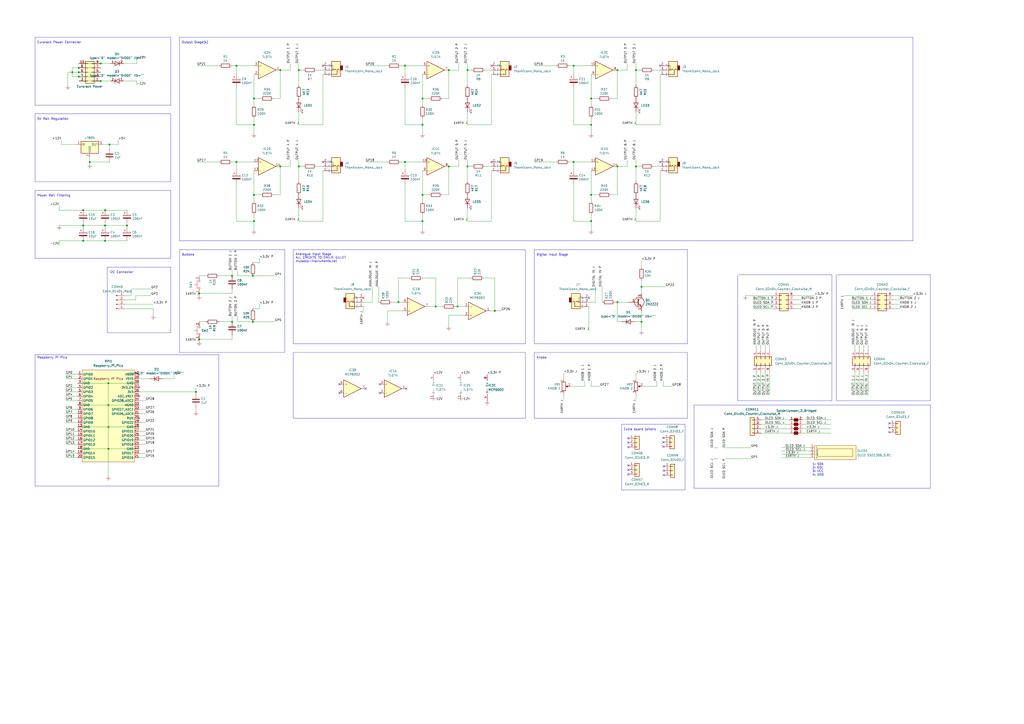
<source format=kicad_sch>
(kicad_sch (version 20230121) (generator eeschema)
  (paper "A2")
  (title_block (title "EuroPi") (date "15/11/2021") (rev "1") (company "Allen Synthesis") (comment 1 "CC BY-SA 3.0"))
  (junction (at 60.96 121.92))
  (junction (at 45.72 39.37))
  (junction (at 134.62 186.69))
  (junction (at 63.5 83.82))
  (junction (at 245.11 72.39))
  (junction (at 342.9 72.39))
  (junction (at 60.96 130.81))
  (junction (at 372.11 186.69))
  (junction (at 115.57 196.85))
  (junction (at 62.865 234.95))
  (junction (at 358.14 40.64))
  (junction (at 162.56 96.52))
  (junction (at 48.26 139.7))
  (junction (at 173.355 40.64))
  (junction (at 134.62 160.02))
  (junction (at 271.145 40.64))
  (junction (at 147.32 57.15))
  (junction (at 245.11 128.27))
  (junction (at 260.35 40.64))
  (junction (at 245.11 57.15))
  (junction (at 372.11 166.37))
  (junction (at 342.9 57.15))
  (junction (at 73.66 130.81))
  (junction (at 245.11 113.03))
  (junction (at 146.685 160.02))
  (junction (at 41.91 41.91))
  (junction (at 252.73 177.8))
  (junction (at 48.26 130.81))
  (junction (at 358.14 175.26))
  (junction (at 137.16 38.1))
  (junction (at 113.665 227.33))
  (junction (at 342.9 113.03))
  (junction (at 147.32 113.03))
  (junction (at 368.935 40.64))
  (junction (at 260.35 96.52))
  (junction (at 48.26 121.92))
  (junction (at 60.96 139.7))
  (junction (at 58.42 36.83))
  (junction (at 265.43 177.8))
  (junction (at 162.56 40.64))
  (junction (at 332.74 38.1))
  (junction (at 137.16 93.98))
  (junction (at 147.32 128.27))
  (junction (at 115.57 170.18))
  (junction (at 287.02 180.34))
  (junction (at 52.07 93.98))
  (junction (at 368.935 96.52))
  (junction (at 62.865 222.25))
  (junction (at 45.72 41.91))
  (junction (at 358.14 96.52))
  (junction (at 342.9 128.27))
  (junction (at 62.865 247.65))
  (junction (at 234.95 38.1))
  (junction (at 147.32 72.39))
  (junction (at 146.685 186.69))
  (junction (at 173.355 96.52))
  (junction (at 45.72 44.45))
  (junction (at 58.42 46.99))
  (junction (at 332.74 93.98))
  (junction (at 231.14 175.26))
  (junction (at 234.95 93.98))
  (junction (at 271.145 96.52))
  (junction (at 62.865 260.35))
  (no_connect (at 384.81 256.54))
  (no_connect (at 364.49 275.082))
  (no_connect (at 364.49 256.794))
  (no_connect (at 364.49 254.254))
  (no_connect (at 515.874 245.618))
  (no_connect (at 385.064 275.59))
  (no_connect (at 515.874 250.698))
  (no_connect (at 220.345 227.965))
  (no_connect (at 235.585 225.425))
  (no_connect (at 220.345 222.885))
  (no_connect (at 385.064 273.05))
  (no_connect (at 364.49 272.542))
  (no_connect (at 385.064 270.51))
  (no_connect (at 80.645 217.17))
  (no_connect (at 80.645 224.79))
  (no_connect (at 80.645 229.87))
  (no_connect (at 80.645 242.57))
  (no_connect (at 364.49 259.334))
  (no_connect (at 364.49 270.002))
  (no_connect (at 384.81 259.08))
  (no_connect (at 382.905 38.1))
  (no_connect (at 382.905 93.98))
  (no_connect (at 187.325 93.98))
  (no_connect (at 187.325 38.1))
  (no_connect (at 285.115 93.98))
  (no_connect (at 285.115 38.1))
  (no_connect (at 210.82 172.72))
  (no_connect (at 341.63 172.72))
  (no_connect (at 384.81 254))
  (no_connect (at 515.874 248.158))
  (no_connect (at 196.85 227.965))
  (no_connect (at 196.85 222.885))
  (no_connect (at 212.09 225.425))
  (wire (pts (xy 271.145 92.71) (xy 271.145 96.52)))
  (wire (pts (xy 173.355 105.41) (xy 173.355 96.52)))
  (wire (pts (xy 147.32 72.39) (xy 137.16 72.39)))
  (polyline (pts (xy 99.06 193.04) (xy 62.23 193.04)))
  (wire (pts (xy 39.37 41.91) (xy 39.37 49.53)))
  (wire (pts (xy 252.73 177.8) (xy 248.92 177.8)))
  (wire (pts (xy 503.555 215.9) (xy 503.555 229.235)))
  (wire (pts (xy 63.5 86.36) (xy 63.5 83.82)))
  (wire (pts (xy 327.025 216.535) (xy 327.025 220.345)))
  (wire (pts (xy 76.2 171.45) (xy 72.39 171.45)))
  (polyline (pts (xy 170.18 144.78) (xy 170.18 199.39)))
  (wire (pts (xy 386.08 166.37) (xy 372.11 166.37)))
  (wire (pts (xy 342.9 113.03) (xy 342.9 116.84)))
  (wire (pts (xy 327.025 231.775) (xy 327.025 227.965)))
  (wire (pts (xy 234.95 38.1) (xy 245.11 38.1)))
  (wire (pts (xy 38.1 219.71) (xy 45.085 219.71)))
  (wire (pts (xy 38.1 242.57) (xy 45.085 242.57)))
  (wire (pts (xy 134.62 194.31) (xy 134.62 196.85)))
  (wire (pts (xy 245.11 43.18) (xy 245.11 57.15)))
  (wire (pts (xy 368.3 186.69) (xy 372.11 186.69)))
  (wire (pts (xy 234.95 38.1) (xy 232.41 38.1)))
  (wire (pts (xy 215.9 166.37) (xy 215.9 175.26)))
  (wire (pts (xy 287.02 161.29) (xy 280.67 161.29)))
  (polyline (pts (xy 99.06 105.41) (xy 99.06 66.04)))
  (polyline (pts (xy 427.99 159.385) (xy 427.99 232.41)))
  (wire (pts (xy 382.905 99.06) (xy 382.905 128.27)))
  (wire (pts (xy 80.645 232.41) (xy 84.455 232.41)))
  (wire (pts (xy 494.03 179.07) (xy 505.46 179.07)))
  (wire (pts (xy 162.56 96.52) (xy 168.275 96.52)))
  (wire (pts (xy 115.57 198.12) (xy 115.57 196.85)))
  (wire (pts (xy 266.065 92.71) (xy 266.065 96.52)))
  (wire (pts (xy 287.02 180.34) (xy 287.02 161.29)))
  (wire (pts (xy 372.11 151.13) (xy 372.11 154.94)))
  (wire (pts (xy 441.452 248.666) (xy 457.962 248.666)))
  (wire (pts (xy 271.145 49.53) (xy 271.145 40.64)))
  (wire (pts (xy 147.32 133.35) (xy 147.32 128.27)))
  (wire (pts (xy 421.005 259.715) (xy 435.61 259.715)))
  (wire (pts (xy 368.935 216.535) (xy 368.935 220.345)))
  (wire (pts (xy 52.07 95.25) (xy 52.07 93.98)))
  (wire (pts (xy 150.495 176.53) (xy 150.495 179.07)))
  (wire (pts (xy 266.065 40.64) (xy 260.35 40.64)))
  (polyline (pts (xy 398.78 144.78) (xy 398.78 199.39)))
  (wire (pts (xy 245.11 77.47) (xy 245.11 72.39)))
  (wire (pts (xy 269.24 177.8) (xy 265.43 177.8)))
  (wire (pts (xy 62.865 234.95) (xy 62.865 247.65)))
  (wire (pts (xy 146.685 186.69) (xy 159.385 186.69)))
  (wire (pts (xy 285.115 43.18) (xy 285.115 72.39)))
  (wire (pts (xy 245.11 124.46) (xy 245.11 128.27)))
  (polyline (pts (xy 20.32 105.41) (xy 99.06 105.41)))
  (wire (pts (xy 100.965 217.17) (xy 100.965 219.71)))
  (wire (pts (xy 68.58 81.28) (xy 68.58 83.82)))
  (wire (pts (xy 146.685 152.4) (xy 150.495 152.4)))
  (wire (pts (xy 231.14 175.26) (xy 233.68 175.26)))
  (wire (pts (xy 290.83 180.34) (xy 287.02 180.34)))
  (polyline (pts (xy 127 281.94) (xy 20.32 281.94)))
  (wire (pts (xy 113.665 224.79) (xy 113.665 227.33)))
  (wire (pts (xy 137.16 128.27) (xy 137.16 106.68)))
  (polyline (pts (xy 20.32 66.04) (xy 20.32 105.41)))
  (wire (pts (xy 371.475 40.64) (xy 368.935 40.64)))
  (wire (pts (xy 342.9 220.98) (xy 342.9 224.155)))
  (wire (pts (xy 134.62 167.64) (xy 134.62 170.18)))
  (wire (pts (xy 265.43 177.8) (xy 264.16 177.8)))
  (wire (pts (xy 495.935 200.025) (xy 495.935 203.2)))
  (wire (pts (xy 58.42 46.99) (xy 64.135 46.99)))
  (wire (pts (xy 342.9 57.15) (xy 342.9 60.96)))
  (wire (pts (xy 175.895 40.64) (xy 173.355 40.64)))
  (wire (pts (xy 62.865 260.35) (xy 62.865 276.225)))
  (wire (pts (xy 62.865 222.25) (xy 62.865 234.95)))
  (polyline (pts (xy 309.88 204.47) (xy 398.78 204.47)))
  (wire (pts (xy 80.645 237.49) (xy 84.455 237.49)))
  (wire (pts (xy 446.405 200.025) (xy 446.405 203.2)))
  (polyline (pts (xy 482.6 159.385) (xy 482.6 232.41)))
  (wire (pts (xy 173.355 92.71) (xy 173.355 96.52)))
  (wire (pts (xy 358.14 40.64) (xy 358.14 57.15)))
  (wire (pts (xy 62.865 234.95) (xy 80.645 234.95)))
  (wire (pts (xy 358.14 186.69) (xy 358.14 175.26)))
  (wire (pts (xy 48.26 139.7) (xy 60.96 139.7)))
  (wire (pts (xy 368.935 36.83) (xy 368.935 40.64)))
  (wire (pts (xy 147.32 68.58) (xy 147.32 72.39)))
  (wire (pts (xy 342.9 68.58) (xy 342.9 72.39)))
  (wire (pts (xy 215.9 175.26) (xy 210.82 175.26)))
  (wire (pts (xy 45.085 222.25) (xy 62.865 222.25)))
  (wire (pts (xy 68.58 83.82) (xy 63.5 83.82)))
  (wire (pts (xy 115.57 171.45) (xy 115.57 170.18)))
  (wire (pts (xy 38.1 255.27) (xy 45.085 255.27)))
  (wire (pts (xy 342.9 72.39) (xy 332.74 72.39)))
  (polyline (pts (xy 402.59 234.95) (xy 402.59 283.21)))
  (wire (pts (xy 341.63 175.26) (xy 345.44 175.26)))
  (wire (pts (xy 494.03 173.99) (xy 505.46 173.99)))
  (polyline (pts (xy 397.383 284.226) (xy 360.553 284.226)))
  (wire (pts (xy 210.82 180.34) (xy 210.82 177.8)))
  (wire (pts (xy 73.66 130.81) (xy 60.96 130.81)))
  (wire (pts (xy 187.325 96.52) (xy 183.515 96.52)))
  (wire (pts (xy 363.855 36.83) (xy 363.855 40.64)))
  (wire (pts (xy 62.865 260.35) (xy 80.645 260.35)))
  (wire (pts (xy 436.88 176.53) (xy 448.31 176.53)))
  (polyline (pts (xy 62.23 193.04) (xy 62.23 154.94)))
  (wire (pts (xy 271.145 105.41) (xy 271.145 96.52)))
  (polyline (pts (xy 309.88 144.78) (xy 398.78 144.78)))
  (wire (pts (xy 432.435 171.45) (xy 448.31 171.45)))
  (wire (pts (xy 137.16 38.1) (xy 147.32 38.1)))
  (wire (pts (xy 219.71 166.37) (xy 219.71 175.26)))
  (wire (pts (xy 48.26 132.08) (xy 48.26 130.81)))
  (wire (pts (xy 345.44 166.37) (xy 345.44 175.26)))
  (wire (pts (xy 332.74 93.98) (xy 330.2 93.98)))
  (wire (pts (xy 127 186.69) (xy 134.62 186.69)))
  (polyline (pts (xy 539.75 283.21) (xy 402.59 283.21)))
  (wire (pts (xy 162.56 113.03) (xy 158.75 113.03)))
  (wire (pts (xy 358.14 57.15) (xy 354.33 57.15)))
  (wire (pts (xy 436.88 179.07) (xy 448.31 179.07)))
  (wire (pts (xy 38.1 229.87) (xy 45.085 229.87)))
  (wire (pts (xy 234.95 43.18) (xy 234.95 38.1)))
  (wire (pts (xy 469.9 261.62) (xy 453.39 261.62)))
  (wire (pts (xy 518.16 176.53) (xy 521.97 176.53)))
  (polyline (pts (xy 165.1 144.78) (xy 104.14 144.78)))
  (wire (pts (xy 372.11 191.77) (xy 372.11 186.69)))
  (polyline (pts (xy 539.75 234.95) (xy 539.75 283.21)))
  (wire (pts (xy 80.645 240.03) (xy 84.455 240.03)))
  (wire (pts (xy 382.905 40.64) (xy 379.095 40.64)))
  (wire (pts (xy 147.32 124.46) (xy 147.32 128.27)))
  (wire (pts (xy 342.9 77.47) (xy 342.9 72.39)))
  (wire (pts (xy 384.81 224.155) (xy 389.89 224.155)))
  (wire (pts (xy 252.73 161.29) (xy 252.73 177.8)))
  (wire (pts (xy 38.1 262.89) (xy 45.085 262.89)))
  (polyline (pts (xy 398.78 204.47) (xy 398.78 242.57)))
  (wire (pts (xy 489.585 171.45) (xy 505.46 171.45)))
  (wire (pts (xy 260.35 57.15) (xy 256.54 57.15)))
  (polyline (pts (xy 99.06 60.96) (xy 99.06 21.59)))
  (wire (pts (xy 421.005 266.065) (xy 435.61 266.065)))
  (polyline (pts (xy 127 205.74) (xy 127 281.94)))
  (wire (pts (xy 498.475 200.025) (xy 498.475 203.2)))
  (wire (pts (xy 212.09 38.1) (xy 224.79 38.1)))
  (wire (pts (xy 465.582 248.666) (xy 482.092 248.666)))
  (wire (pts (xy 80.645 250.19) (xy 84.455 250.19)))
  (wire (pts (xy 501.015 200.025) (xy 501.015 203.2)))
  (polyline (pts (xy 170.18 242.57) (xy 170.18 204.47)))
  (wire (pts (xy 501.015 215.9) (xy 501.015 229.235)))
  (polyline (pts (xy 62.23 154.94) (xy 99.06 154.94)))
  (wire (pts (xy 309.88 93.98) (xy 322.58 93.98)))
  (wire (pts (xy 168.275 92.71) (xy 168.275 96.52)))
  (wire (pts (xy 358.14 40.64) (xy 363.855 40.64)))
  (wire (pts (xy 80.645 265.43) (xy 84.455 265.43)))
  (wire (pts (xy 224.79 180.34) (xy 233.68 180.34)))
  (wire (pts (xy 147.32 57.15) (xy 147.32 60.96)))
  (wire (pts (xy 79.375 34.29) (xy 79.375 36.83)))
  (polyline (pts (xy 402.59 234.95) (xy 539.75 234.95)))
  (wire (pts (xy 285.115 99.06) (xy 285.115 128.27)))
  (wire (pts (xy 38.1 265.43) (xy 45.085 265.43)))
  (wire (pts (xy 271.145 128.27) (xy 285.115 128.27)))
  (wire (pts (xy 173.355 120.65) (xy 173.355 128.27)))
  (wire (pts (xy 86.995 219.71) (xy 80.645 219.71)))
  (wire (pts (xy 134.62 170.18) (xy 115.57 170.18)))
  (wire (pts (xy 372.11 186.69) (xy 372.11 180.34)))
  (wire (pts (xy 79.375 49.53) (xy 79.375 46.99)))
  (wire (pts (xy 38.1 232.41) (xy 45.085 232.41)))
  (wire (pts (xy 436.88 173.99) (xy 448.31 173.99)))
  (wire (pts (xy 342.9 128.27) (xy 332.74 128.27)))
  (wire (pts (xy 368.935 105.41) (xy 368.935 96.52)))
  (wire (pts (xy 35.56 83.82) (xy 44.45 83.82)))
  (wire (pts (xy 41.91 39.37) (xy 45.72 39.37)))
  (wire (pts (xy 58.42 36.83) (xy 64.135 36.83)))
  (wire (pts (xy 63.5 83.82) (xy 59.69 83.82)))
  (wire (pts (xy 349.25 166.37) (xy 349.25 175.26)))
  (polyline (pts (xy 428.625 159.385) (xy 482.6 159.385)))
  (wire (pts (xy 414.02 266.065) (xy 416.56 266.065)))
  (wire (pts (xy 88.9 182.88) (xy 88.9 179.07)))
  (wire (pts (xy 368.935 64.77) (xy 368.935 72.39)))
  (polyline (pts (xy 539.75 159.385) (xy 539.75 232.41)))
  (wire (pts (xy 342.9 124.46) (xy 342.9 128.27)))
  (wire (pts (xy 78.74 171.45) (xy 78.74 173.99)))
  (wire (pts (xy 162.56 40.64) (xy 162.56 57.15)))
  (polyline (pts (xy 309.88 242.57) (xy 309.88 204.47)))
  (wire (pts (xy 382.905 96.52) (xy 379.095 96.52)))
  (wire (pts (xy 58.42 44.45) (xy 45.72 44.45)))
  (wire (pts (xy 358.14 96.52) (xy 358.14 113.03)))
  (wire (pts (xy 45.085 260.35) (xy 62.865 260.35)))
  (wire (pts (xy 518.16 171.45) (xy 529.59 171.45)))
  (wire (pts (xy 119.38 186.69) (xy 115.57 186.69)))
  (wire (pts (xy 332.74 99.06) (xy 332.74 93.98)))
  (wire (pts (xy 147.32 77.47) (xy 147.32 72.39)))
  (wire (pts (xy 273.685 40.64) (xy 271.145 40.64)))
  (wire (pts (xy 342.9 99.06) (xy 342.9 113.03)))
  (wire (pts (xy 173.355 64.77) (xy 173.355 72.39)))
  (wire (pts (xy 482.092 246.126) (xy 465.582 246.126)))
  (polyline (pts (xy 309.88 199.39) (xy 309.88 144.78)))
  (wire (pts (xy 465.582 243.586) (xy 482.092 243.586)))
  (wire (pts (xy 80.645 252.73) (xy 84.455 252.73)))
  (wire (pts (xy 443.865 215.9) (xy 443.865 229.235)))
  (wire (pts (xy 48.26 121.92) (xy 60.96 121.92)))
  (wire (pts (xy 39.37 41.91) (xy 41.91 41.91)))
  (wire (pts (xy 146.685 160.02) (xy 159.385 160.02)))
  (wire (pts (xy 495.935 215.9) (xy 495.935 229.235)))
  (polyline (pts (xy 20.32 66.04) (xy 99.06 66.04)))
  (wire (pts (xy 461.01 176.53) (xy 464.82 176.53)))
  (wire (pts (xy 60.96 139.7) (xy 73.66 139.7)))
  (wire (pts (xy 384.81 220.98) (xy 384.81 224.155)))
  (wire (pts (xy 45.72 36.83) (xy 58.42 36.83)))
  (wire (pts (xy 45.72 41.91) (xy 58.42 41.91)))
  (wire (pts (xy 48.26 130.81) (xy 48.26 129.54)))
  (wire (pts (xy 62.865 222.25) (xy 80.645 222.25)))
  (wire (pts (xy 76.2 167.64) (xy 76.2 171.45)))
  (wire (pts (xy 52.07 93.98) (xy 52.07 91.44)))
  (wire (pts (xy 146.685 179.07) (xy 150.495 179.07)))
  (wire (pts (xy 71.755 46.99) (xy 79.375 46.99)))
  (wire (pts (xy 38.1 250.19) (xy 45.085 250.19)))
  (wire (pts (xy 173.355 49.53) (xy 173.355 40.64)))
  (wire (pts (xy 363.855 92.71) (xy 363.855 96.52)))
  (wire (pts (xy 87.63 171.45) (xy 78.74 171.45)))
  (wire (pts (xy 245.11 72.39) (xy 234.95 72.39)))
  (wire (pts (xy 38.1 245.11) (xy 45.085 245.11)))
  (wire (pts (xy 38.1 252.73) (xy 45.085 252.73)))
  (wire (pts (xy 330.835 224.155) (xy 339.09 224.155)))
  (wire (pts (xy 465.582 251.206) (xy 482.092 251.206)))
  (wire (pts (xy 60.96 121.92) (xy 73.66 121.92)))
  (polyline (pts (xy 304.8 242.57) (xy 170.18 242.57)))
  (wire (pts (xy 38.1 257.81) (xy 45.085 257.81)))
  (wire (pts (xy 173.355 72.39) (xy 187.325 72.39)))
  (polyline (pts (xy 398.78 242.57) (xy 309.88 242.57)))
  (polyline (pts (xy 304.8 144.78) (xy 170.18 144.78)))
  (wire (pts (xy 137.16 38.1) (xy 134.62 38.1)))
  (polyline (pts (xy 20.32 60.96) (xy 99.06 60.96)))
  (wire (pts (xy 245.11 128.27) (xy 234.95 128.27)))
  (wire (pts (xy 265.43 177.8) (xy 265.43 161.29)))
  (wire (pts (xy 146.685 186.69) (xy 137.795 186.69)))
  (wire (pts (xy 332.74 72.39) (xy 332.74 50.8)))
  (polyline (pts (xy 170.18 199.39) (xy 304.8 199.39)))
  (wire (pts (xy 342.9 43.18) (xy 342.9 57.15)))
  (polyline (pts (xy 485.14 159.385) (xy 485.14 232.41)))
  (wire (pts (xy 38.1 237.49) (xy 45.085 237.49)))
  (wire (pts (xy 80.645 257.81) (xy 84.455 257.81)))
  (wire (pts (xy 248.92 113.03) (xy 245.11 113.03)))
  (wire (pts (xy 441.325 215.9) (xy 441.325 229.235)))
  (wire (pts (xy 137.795 183.515) (xy 137.795 186.69)))
  (polyline (pts (xy 485.775 159.385) (xy 539.75 159.385)))
  (wire (pts (xy 368.935 92.71) (xy 368.935 96.52)))
  (wire (pts (xy 60.96 132.08) (xy 60.96 130.81)))
  (wire (pts (xy 162.56 40.64) (xy 168.275 40.64)))
  (wire (pts (xy 162.56 96.52) (xy 162.56 113.03)))
  (wire (pts (xy 346.71 57.15) (xy 342.9 57.15)))
  (wire (pts (xy 147.32 43.18) (xy 147.32 57.15)))
  (wire (pts (xy 368.935 49.53) (xy 368.935 40.64)))
  (wire (pts (xy 245.11 113.03) (xy 245.11 116.84)))
  (wire (pts (xy 368.935 128.27) (xy 382.905 128.27)))
  (wire (pts (xy 60.96 130.81) (xy 60.96 129.54)))
  (polyline (pts (xy 397.383 246.126) (xy 397.383 284.226)))
  (polyline (pts (xy 165.1 204.47) (xy 165.1 144.78)))
  (wire (pts (xy 245.11 161.29) (xy 252.73 161.29)))
  (wire (pts (xy 72.39 179.07) (xy 88.9 179.07)))
  (wire (pts (xy 137.16 99.06) (xy 137.16 93.98)))
  (polyline (pts (xy 20.32 110.49) (xy 99.06 110.49)))
  (polyline (pts (xy 20.32 21.59) (xy 20.32 60.96)))
  (wire (pts (xy 364.49 175.26) (xy 358.14 175.26)))
  (wire (pts (xy 147.32 99.06) (xy 147.32 113.03)))
  (wire (pts (xy 438.785 215.9) (xy 438.785 229.235)))
  (wire (pts (xy 273.685 96.52) (xy 271.145 96.52)))
  (wire (pts (xy 341.63 177.8) (xy 341.63 191.77)))
  (wire (pts (xy 245.11 133.35) (xy 245.11 128.27)))
  (wire (pts (xy 256.54 177.8) (xy 252.73 177.8)))
  (polyline (pts (xy 482.6 232.41) (xy 427.99 232.41)))
  (wire (pts (xy 45.72 46.99) (xy 58.42 46.99)))
  (polyline (pts (xy 398.78 199.39) (xy 309.88 199.39)))
  (wire (pts (xy 73.66 130.81) (xy 73.66 129.54)))
  (wire (pts (xy 113.665 227.33) (xy 80.645 227.33)))
  (wire (pts (xy 127 160.02) (xy 134.62 160.02)))
  (wire (pts (xy 438.785 200.025) (xy 438.785 203.2)))
  (wire (pts (xy 368.935 231.775) (xy 368.935 227.965)))
  (wire (pts (xy 187.325 43.18) (xy 187.325 72.39)))
  (wire (pts (xy 212.09 93.98) (xy 224.79 93.98)))
  (wire (pts (xy 100.965 219.71) (xy 94.615 219.71)))
  (wire (pts (xy 461.01 171.45) (xy 472.44 171.45)))
  (wire (pts (xy 271.145 64.77) (xy 271.145 72.39)))
  (wire (pts (xy 60.96 130.81) (xy 48.26 130.81)))
  (wire (pts (xy 114.3 38.1) (xy 127 38.1)))
  (wire (pts (xy 260.35 96.52) (xy 266.065 96.52)))
  (wire (pts (xy 48.26 121.92) (xy 34.29 121.92)))
  (wire (pts (xy 446.405 215.9) (xy 446.405 229.235)))
  (wire (pts (xy 113.665 227.33) (xy 113.665 228.6)))
  (wire (pts (xy 285.115 40.64) (xy 281.305 40.64)))
  (wire (pts (xy 342.9 224.155) (xy 347.98 224.155)))
  (wire (pts (xy 503.555 200.025) (xy 503.555 203.2)))
  (polyline (pts (xy 529.59 21.59) (xy 104.14 21.59)))
  (polyline (pts (xy 104.14 139.7) (xy 529.59 139.7)))
  (wire (pts (xy 45.085 247.65) (xy 62.865 247.65)))
  (polyline (pts (xy 20.32 21.59) (xy 99.06 21.59)))
  (wire (pts (xy 498.475 215.9) (xy 498.475 229.235)))
  (wire (pts (xy 38.1 224.79) (xy 45.085 224.79)))
  (wire (pts (xy 147.32 128.27) (xy 137.16 128.27)))
  (wire (pts (xy 339.09 220.98) (xy 339.09 224.155)))
  (polyline (pts (xy 304.8 199.39) (xy 304.8 144.78)))
  (wire (pts (xy 151.13 113.03) (xy 147.32 113.03)))
  (wire (pts (xy 453.39 265.43) (xy 469.9 265.43)))
  (wire (pts (xy 150.495 149.86) (xy 150.495 152.4)))
  (wire (pts (xy 372.745 224.155) (xy 381 224.155)))
  (wire (pts (xy 260.35 113.03) (xy 256.54 113.03)))
  (wire (pts (xy 173.355 36.83) (xy 173.355 40.64)))
  (wire (pts (xy 358.14 96.52) (xy 363.855 96.52)))
  (wire (pts (xy 342.9 133.35) (xy 342.9 128.27)))
  (wire (pts (xy 368.935 120.65) (xy 368.935 128.27)))
  (polyline (pts (xy 104.14 21.59) (xy 104.14 139.7)))
  (wire (pts (xy 41.91 44.45) (xy 45.72 44.45)))
  (wire (pts (xy 271.145 120.65) (xy 271.145 128.27)))
  (wire (pts (xy 494.03 176.53) (xy 505.46 176.53)))
  (wire (pts (xy 34.29 119.38) (xy 34.29 121.92)))
  (wire (pts (xy 518.16 173.99) (xy 521.97 173.99)))
  (polyline (pts (xy 539.75 232.41) (xy 485.14 232.41)))
  (wire (pts (xy 187.325 99.06) (xy 187.325 128.27)))
  (wire (pts (xy 332.74 38.1) (xy 342.9 38.1)))
  (wire (pts (xy 224.79 186.69) (xy 224.79 180.34)))
  (wire (pts (xy 372.11 166.37) (xy 372.11 162.56)))
  (wire (pts (xy 381 220.98) (xy 381 224.155)))
  (wire (pts (xy 72.39 176.53) (xy 88.9 176.53)))
  (wire (pts (xy 137.795 156.845) (xy 137.795 160.02)))
  (wire (pts (xy 332.74 93.98) (xy 342.9 93.98)))
  (wire (pts (xy 187.325 40.64) (xy 183.515 40.64)))
  (wire (pts (xy 137.16 43.18) (xy 137.16 38.1)))
  (wire (pts (xy 441.452 243.586) (xy 457.962 243.586)))
  (polyline (pts (xy 360.553 246.126) (xy 397.383 246.126)))
  (wire (pts (xy 38.1 217.17) (xy 45.085 217.17)))
  (wire (pts (xy 168.275 36.83) (xy 168.275 40.64)))
  (wire (pts (xy 414.02 259.715) (xy 416.56 259.715)))
  (wire (pts (xy 38.1 240.03) (xy 45.085 240.03)))
  (wire (pts (xy 360.68 186.69) (xy 358.14 186.69)))
  (wire (pts (xy 457.962 246.126) (xy 441.452 246.126)))
  (wire (pts (xy 266.065 36.83) (xy 266.065 40.64)))
  (wire (pts (xy 382.905 43.18) (xy 382.905 72.39)))
  (wire (pts (xy 147.32 113.03) (xy 147.32 116.84)))
  (wire (pts (xy 113.665 236.22) (xy 113.665 238.76)))
  (wire (pts (xy 332.74 43.18) (xy 332.74 38.1)))
  (wire (pts (xy 309.88 38.1) (xy 322.58 38.1)))
  (wire (pts (xy 80.645 262.89) (xy 84.455 262.89)))
  (wire (pts (xy 134.62 196.85) (xy 115.57 196.85)))
  (wire (pts (xy 260.35 189.23) (xy 260.35 182.88)))
  (wire (pts (xy 461.01 179.07) (xy 464.82 179.07)))
  (wire (pts (xy 234.95 93.98) (xy 232.41 93.98)))
  (wire (pts (xy 73.66 132.08) (xy 73.66 130.81)))
  (wire (pts (xy 260.35 96.52) (xy 260.35 113.03)))
  (wire (pts (xy 271.145 36.83) (xy 271.145 40.64)))
  (wire (pts (xy 137.16 93.98) (xy 134.62 93.98)))
  (wire (pts (xy 80.645 245.11) (xy 84.455 245.11)))
  (wire (pts (xy 137.16 72.39) (xy 137.16 50.8)))
  (polyline (pts (xy 20.32 281.94) (xy 20.32 205.74)))
  (wire (pts (xy 271.145 72.39) (xy 285.115 72.39)))
  (wire (pts (xy 245.11 68.58) (xy 245.11 72.39)))
  (wire (pts (xy 162.56 57.15) (xy 158.75 57.15)))
  (wire (pts (xy 173.355 128.27) (xy 187.325 128.27)))
  (wire (pts (xy 234.95 93.98) (xy 245.11 93.98)))
  (wire (pts (xy 38.1 227.33) (xy 45.085 227.33)))
  (wire (pts (xy 80.645 255.27) (xy 84.455 255.27)))
  (polyline (pts (xy 20.32 110.49) (xy 20.32 149.86)))
  (wire (pts (xy 227.33 175.26) (xy 231.14 175.26)))
  (wire (pts (xy 358.14 175.26) (xy 356.87 175.26)))
  (wire (pts (xy 71.755 36.83) (xy 79.375 36.83)))
  (wire (pts (xy 453.39 263.525) (xy 469.9 263.525)))
  (wire (pts (xy 41.91 41.91) (xy 45.72 41.91)))
  (polyline (pts (xy 360.553 284.226) (xy 360.553 246.126)))
  (wire (pts (xy 34.29 139.7) (xy 48.26 139.7)))
  (wire (pts (xy 146.685 160.02) (xy 137.795 160.02)))
  (wire (pts (xy 78.74 173.99) (xy 72.39 173.99)))
  (wire (pts (xy 245.11 99.06) (xy 245.11 113.03)))
  (wire (pts (xy 441.452 251.206) (xy 457.962 251.206)))
  (polyline (pts (xy 99.06 149.86) (xy 99.06 110.49)))
  (wire (pts (xy 443.865 200.025) (xy 443.865 203.2)))
  (wire (pts (xy 453.39 261.62) (xy 453.39 261.747)))
  (wire (pts (xy 151.13 57.15) (xy 147.32 57.15)))
  (wire (pts (xy 368.935 72.39) (xy 382.905 72.39)))
  (polyline (pts (xy 104.14 204.47) (xy 165.1 204.47)))
  (polyline (pts (xy 104.14 144.78) (xy 104.14 204.47)))
  (polyline (pts (xy 170.18 204.47) (xy 304.8 204.47)))
  (wire (pts (xy 260.35 40.64) (xy 260.35 57.15)))
  (wire (pts (xy 332.74 128.27) (xy 332.74 106.68)))
  (wire (pts (xy 234.95 128.27) (xy 234.95 106.68)))
  (wire (pts (xy 41.91 39.37) (xy 41.91 41.91)))
  (wire (pts (xy 63.5 93.98) (xy 52.07 93.98)))
  (polyline (pts (xy 529.59 139.7) (xy 529.59 21.59)))
  (wire (pts (xy 234.95 72.39) (xy 234.95 50.8)))
  (wire (pts (xy 285.115 96.52) (xy 281.305 96.52)))
  (wire (pts (xy 358.14 113.03) (xy 354.33 113.03)))
  (wire (pts (xy 119.38 160.02) (xy 115.57 160.02)))
  (wire (pts (xy 237.49 161.29) (xy 231.14 161.29)))
  (wire (pts (xy 332.74 38.1) (xy 330.2 38.1)))
  (wire (pts (xy 461.01 173.99) (xy 464.82 173.99)))
  (wire (pts (xy 62.865 247.65) (xy 62.865 260.35)))
  (wire (pts (xy 265.43 161.29) (xy 273.05 161.29)))
  (wire (pts (xy 76.2 167.64) (xy 87.63 167.64)))
  (wire (pts (xy 134.62 183.515) (xy 134.62 186.69)))
  (wire (pts (xy 248.92 57.15) (xy 245.11 57.15)))
  (wire (pts (xy 441.325 200.025) (xy 441.325 203.2)))
  (wire (pts (xy 260.35 182.88) (xy 269.24 182.88)))
  (polyline (pts (xy 20.32 205.74) (xy 127 205.74)))
  (wire (pts (xy 62.865 247.65) (xy 80.645 247.65)))
  (wire (pts (xy 41.91 41.91) (xy 41.91 44.45)))
  (wire (pts (xy 45.085 234.95) (xy 62.865 234.95)))
  (wire (pts (xy 35.56 81.28) (xy 35.56 83.82)))
  (wire (pts (xy 58.42 39.37) (xy 45.72 39.37)))
  (wire (pts (xy 372.11 170.18) (xy 372.11 166.37)))
  (wire (pts (xy 34.29 130.81) (xy 48.26 130.81)))
  (wire (pts (xy 346.71 113.03) (xy 342.9 113.03)))
  (wire (pts (xy 245.11 57.15) (xy 245.11 60.96)))
  (wire (pts (xy 134.62 156.845) (xy 134.62 160.02)))
  (wire (pts (xy 234.95 99.06) (xy 234.95 93.98)))
  (wire (pts (xy 114.3 93.98) (xy 127 93.98)))
  (wire (pts (xy 137.16 93.98) (xy 147.32 93.98)))
  (wire (pts (xy 231.14 161.29) (xy 231.14 175.26)))
  (polyline (pts (xy 99.06 154.94) (xy 99.06 193.04)))
  (wire (pts (xy 518.16 179.07) (xy 521.97 179.07)))
  (wire (pts (xy 34.29 142.24) (xy 34.29 139.7)))
  (wire (pts (xy 453.39 259.588) (xy 469.9 259.588)))
  (polyline (pts (xy 304.8 204.47) (xy 304.8 242.57)))
  (wire (pts (xy 284.48 180.34) (xy 287.02 180.34)))
  (wire (pts (xy 175.895 96.52) (xy 173.355 96.52)))
  (wire (pts (xy 371.475 96.52) (xy 368.935 96.52)))
  (polyline (pts (xy 20.32 149.86) (xy 99.06 149.86)))
  (text "Buttons" (at 105.41 148.59 0) (effects (font (size 1.27 1.27)) (justify left bottom)))
  (text "5V Rail Regulation" (at 21.59 69.85 0) (effects (font (size 1.27 1.27)) (justify left bottom)))
  (text "Analogue Input Stage\nALL CREDITS TO ÉMILIE GILLET\nmutable-instruments.net" (at 171.45 152.4 0) (effects (font (size 1.27 1.27)) (justify left bottom)))
  (text "Power Rail Filtering" (at 21.59 114.3 0) (effects (font (size 1.27 1.27)) (justify left bottom)))
  (text "Eurorack Power Connector" (at 21.59 25.4 0) (effects (font (size 1.27 1.27)) (justify left bottom)))
  (text "I2C Connector" (at 63.5 158.75 0) (effects (font (size 1.27 1.27)) (justify left bottom)))
  (text "Digital Input Stage\n" (at 311.15 148.59 0) (effects (font (size 1.27 1.27)) (justify left bottom)))
  (text "Extra board joiners\n" (at 361.823 249.936 0) (effects (font (size 1.27 1.27)) (justify left bottom)))
  (text "Raspberry Pi Pico" (at 21.59 208.28 0) (effects (font (size 1.27 1.27)) (justify left bottom)))
  (text "Output Stage(s)" (at 105.41 25.4 0) (effects (font (size 1.27 1.27)) (justify left bottom)))
  (text "1: SDA\n2: SDL\n3: VCC\n4: GND" (at 471.17 276.225 0) (effects (font (size 1.27 1.27)) (justify left bottom)))
  (text "Knobs" (at 311.15 208.28 0) (effects (font (size 1.27 1.27)) (justify left bottom)))
  (label "EARTH J" (at 271.145 128.27 180))
  (label "-12V" (at 251.46 232.41 0))
  (label "OLED SCL J" (at 494.03 179.07 0))
  (label "+12V" (at 79.375 34.29 0))
  (label "OLED SCL P" (at 436.88 179.07 0))
  (label "OUTPUT 5 J" (at 501.015 200.025 90))
  (label "OUTPUT 6 P" (at 446.405 200.025 90))
  (label "GP16" (at 84.455 265.43 0))
  (label "+3.3V P" (at 150.495 176.53 0))
  (label "KNOB 2 J" (at 521.97 179.07 0))
  (label "GP2" (at 38.1 224.79 0))
  (label "OLED SDA J" (at 467.741 243.586 0))
  (label "GP16" (at 309.88 38.1 0))
  (label "+5V" (at 68.58 81.28 0))
  (label "OLED SCL P" (at 421.005 266.065 270))
  (label "BUTTON 1 J" (at 494.03 173.99 0))
  (label "KNOB 2 P" (at 384.81 220.98 90))
  (label "OUTPUT 5 J" (at 271.145 92.71 90))
  (label "GP0" (at 435.61 259.715 0))
  (label "GP18" (at 212.09 93.98 0))
  (label "GP10" (at 38.1 250.19 0))
  (label "GP9" (at 38.1 245.11 0))
  (label "GP3" (at 38.1 227.33 0))
  (label "KNOB 2 J" (at 381 220.98 90))
  (label "OUTPUT 4 J" (at 498.475 200.025 90))
  (label "BUTTON 2 P" (at 137.795 183.515 90))
  (label "+3.3V J" (at 451.358 248.666 180))
  (label "+3.3V J" (at 368.935 216.535 0))
  (label "-12V" (at 34.29 142.24 180))
  (label "OUTPUT 1 J" (at 495.935 229.235 90))
  (label "BUTTON 2 P" (at 464.82 173.99 0))
  (label "GP2" (at 87.63 167.64 0))
  (label "OUTPUT 2 P" (at 441.325 229.235 90))
  (label "OUTPUT 3 J" (at 501.015 229.235 90))
  (label "+3.3V J" (at 529.59 171.45 0))
  (label "GP22" (at 386.08 166.37 0))
  (label "EARTH J" (at 463.677 265.43 180))
  (label "GP18" (at 84.455 257.81 0))
  (label "-12V" (at 267.335 232.41 0))
  (label "+3.3V P" (at 472.44 171.45 0))
  (label "DIGITAL IN J" (at 503.555 229.235 90))
  (label "+12V" (at 34.29 119.38 180))
  (label "EARTH J" (at 173.355 72.39 180))
  (label "GP21" (at 114.3 38.1 0))
  (label "GP5" (at 38.1 232.41 0))
  (label "GP17" (at 114.3 93.98 0))
  (label "EARTH J" (at 115.57 198.12 180))
  (label "EARTH J" (at 451.739 251.206 180))
  (label "OUTPUT 3 P" (at 443.865 229.235 90))
  (label "+12V" (at 35.56 81.28 180))
  (label "GP27" (at 347.98 224.155 0))
  (label "OLED SCL J" (at 443.738 246.126 0))
  (label "OLED SCL J" (at 467.868 246.126 0))
  (label "GP15" (at 38.1 265.43 0))
  (label "GP11" (at 38.1 252.73 0))
  (label "OUTPUT 5 P" (at 266.065 92.71 90))
  (label "+3.3V P" (at 282.575 217.17 0))
  (label "OLED SDA J" (at 443.611 243.586 0))
  (label "+5V" (at 100.965 217.17 0))
  (label "OUTPUT 3 P" (at 363.855 36.83 90))
  (label "GP21" (at 84.455 250.19 0))
  (label "OLED SDA P" (at 436.88 176.53 0))
  (label "GP17" (at 84.455 262.89 0))
  (label "OLED SCL J" (at 455.676 261.62 0))
  (label "ANALOGUE IN P" (at 219.71 166.37 90))
  (label "GP20" (at 84.455 252.73 0))
  (label "EARTH J" (at 327.025 231.775 270))
  (label "DIGITAL IN J" (at 345.44 166.37 90))
  (label "GP0" (at 38.1 217.17 0))
  (label "ANALOGUE IN P" (at 438.785 200.025 90))
  (label "OUTPUT 3 J" (at 368.935 36.83 90))
  (label "OUTPUT 6 J" (at 503.555 200.025 90))
  (label "+3.3V P" (at 372.11 151.13 0))
  (label "OUTPUT 6 J" (at 368.935 92.71 90))
  (label "OUTPUT 1 P" (at 168.275 36.83 90))
  (label "BUTTON 1 J" (at 134.62 156.845 90))
  (label "GP19" (at 84.455 255.27 0))
  (label "GP22" (at 84.455 245.11 0))
  (label "OUTPUT 1 J" (at 173.355 36.83 90))
  (label "KNOB 1 J" (at 339.09 220.98 90))
  (label "BUTTON 1 P" (at 137.795 156.845 90))
  (label "GP27" (at 84.455 237.49 0))
  (label "GP19" (at 309.88 93.98 0))
  (label "+3.3V J" (at 463.296 263.525 180))
  (label "EARTH J" (at 475.869 251.206 180))
  (label "+12V" (at 267.335 217.17 0))
  (label "GP4" (at 38.1 229.87 0))
  (label "GP20" (at 212.09 38.1 0))
  (label "EARTH J" (at 115.57 171.45 180))
  (label "GP6" (at 38.1 237.49 0))
  (label "GP14" (at 38.1 262.89 0))
  (label "GP28" (at 84.455 232.41 0))
  (label "-12V" (at 79.375 49.53 0))
  (label "BUTTON 2 J" (at 521.97 173.99 0))
  (label "EARTH J" (at 368.935 72.39 180))
  (label "OUTPUT 4 P" (at 441.325 200.025 90))
  (label "OUTPUT 2 J" (at 498.475 229.235 90))
  (label "BUTTON 2 J" (at 134.62 183.515 90))
  (label "ANALOGUE IN J" (at 495.935 200.025 90))
  (label "KNOB 1 J" (at 521.97 176.53 0))
  (label "DIGITAL IN P" (at 446.405 229.235 90))
  (label "+12V" (at 251.46 217.17 0))
  (label "GP26" (at 84.455 240.03 0))
  (label "EARTH J" (at 210.82 180.34 270))
  (label "+3.3V P" (at 88.9 176.53 0))
  (label "BUTTON 1 P" (at 436.88 173.99 0))
  (label "+3.3V P" (at 113.665 224.79 0))
  (label "OLED SDA J" (at 414.02 259.715 90))
  (label "GP3" (at 87.63 171.45 0))
  (label "OUTPUT 4 J" (at 173.355 92.71 90))
  (label "OUTPUT 4 P" (at 168.275 92.71 90))
  (label "KNOB 2 P" (at 464.82 179.07 0))
  (label "+3.3V P" (at 150.495 149.86 0))
  (label "EARTH J" (at 368.935 128.27 180))
  (label "OLED SDA P" (at 421.005 259.715 90))
  (label "GP1" (at 38.1 219.71 0))
  (label "OUTPUT 5 P" (at 443.865 200.025 90))
  (label "KNOB 1 P" (at 342.9 220.98 90))
  (label "GP4" (at 159.385 160.02 0))
  (label "GP12" (at 38.1 255.27 0))
  (label "GP28" (at 389.89 224.155 0))
  (label "GP7" (at 38.1 240.03 0))
  (label "EARTH J" (at 173.355 128.27 180))
  (label "GP5" (at 159.385 186.69 0))
  (label "OLED SCL J" (at 414.02 266.065 270))
  (label "OUTPUT 1 P" (at 438.785 229.235 90))
  (label "GP8" (at 38.1 242.57 0))
  (label "DIGITAL IN P" (at 349.25 166.37 90))
  (label "KNOB 1 P" (at 464.82 176.53 0))
  (label "OUTPUT 6 P" (at 363.855 92.71 90))
  (label "EARTH J" (at 271.145 72.39 180))
  (label "EARTH J" (at 489.585 171.45 270))
  (label "OLED SDA J" (at 494.03 176.53 0))
  (label "+3.3V J" (at 475.488 248.666 180))
  (label "OLED SDA J" (at 455.549 259.588 0))
  (label "EARTH J" (at 341.63 191.77 180))
  (label "GP26" (at 290.83 180.34 0))
  (label "EARTH J" (at 368.935 231.775 270))
  (label "GP1" (at 435.61 266.065 0))
  (label "ANALOGUE IN J" (at 215.9 166.37 90))
  (label "OUTPUT 2 P" (at 266.065 36.83 90))
  (label "OUTPUT 2 J" (at 271.145 36.83 90))
  (label "GP13" (at 38.1 257.81 0))
  (label "+3.3V J" (at 327.025 216.535 0))
  (symbol (lib_id "Device:R") (at 350.52 57.15 270) (unit 1)
    (property "Reference" "R37" (at 350.52 51.8922 90))
    (property "Value" "220K" (at 350.52 54.2036 90))
    (property "Footprint" "Resistor_THT:R_Axial_DIN0204_L3.6mm_D1.6mm_P7.62mm_Horizontal" (effects hide))
  )
  (symbol (lib_id "Device:R") (at 342.9 64.77 0) (unit 1)
    (property "Reference" "R31" (at 344.678 63.6016 0) (effects (justify left)))
    (property "Value" "100K" (at 344.678 65.913 0) (effects (justify left)))
    (property "Footprint" "Resistor_THT:R_Axial_DIN0204_L3.6mm_D1.6mm_P7.62mm_Horizontal" (effects hide))
  )
  (symbol (lib_id "Device:R") (at 326.39 38.1 270) (unit 1)
    (property "Reference" "R3" (at 326.39 32.8422 90))
    (property "Value" "1K" (at 326.39 35.1536 90))
    (property "Footprint" "Resistor_THT:R_Axial_DIN0204_L3.6mm_D1.6mm_P7.62mm_Horizontal" (effects hide))
  )
  (symbol (lib_id "Device:CP") (at 332.74 46.99 0) (unit 1)
    (property "Reference" "C11" (at 335.7372 45.8216 0) (effects (justify left)))
    (property "Value" "100nF" (at 335.7372 48.133 0) (effects (justify left)))
    (property "Footprint" "Eurorack:Capacitor Small Non-Polarised" (effects hide))
  )
  (symbol (lib_id "power:Earth") (at 342.9 77.47 0) (unit 1)
    (property "Reference" "#PWR0105" (effects hide))
    (property "Value" "Earth" (effects hide))
  )
  (symbol (lib_id "Device:R") (at 154.94 57.15 270) (unit 1)
    (property "Reference" "R35" (at 154.94 51.8922 90))
    (property "Value" "220K" (at 154.94 54.2036 90))
    (property "Footprint" "Resistor_THT:R_Axial_DIN0204_L3.6mm_D1.6mm_P7.62mm_Horizontal" (effects hide))
  )
  (symbol (lib_id "Device:R") (at 147.32 64.77 0) (unit 1)
    (property "Reference" "R29" (at 149.098 63.6016 0) (effects (justify left)))
    (property "Value" "100K" (at 149.098 65.913 0) (effects (justify left)))
    (property "Footprint" "Resistor_THT:R_Axial_DIN0204_L3.6mm_D1.6mm_P7.62mm_Horizontal" (effects hide))
  )
  (symbol (lib_id "Device:R") (at 130.81 38.1 270) (unit 1)
    (property "Reference" "R1" (at 130.81 32.8422 90))
    (property "Value" "1K" (at 130.81 35.1536 90))
    (property "Footprint" "Resistor_THT:R_Axial_DIN0204_L3.6mm_D1.6mm_P7.62mm_Horizontal" (effects hide))
  )
  (symbol (lib_id "Device:CP") (at 137.16 46.99 0) (unit 1)
    (property "Reference" "C9" (at 140.1572 45.8216 0) (effects (justify left)))
    (property "Value" "100nF" (at 140.1572 48.133 0) (effects (justify left)))
    (property "Footprint" "Eurorack:Capacitor Small Non-Polarised" (effects hide))
  )
  (symbol (lib_id "power:Earth") (at 147.32 77.47 0) (unit 1)
    (property "Reference" "#PWR0108" (effects hide))
    (property "Value" "Earth" (effects hide))
  )
  (symbol (lib_id "power:Earth") (at 34.29 130.81 0) (unit 1)
    (property "Reference" "#PWR0117" (effects hide))
    (property "Value" "Earth" (effects hide))
  )
  (symbol (lib_id "Device:R") (at 252.73 57.15 270) (unit 1)
    (property "Reference" "R36" (at 252.73 51.8922 90))
    (property "Value" "220K" (at 252.73 54.2036 90))
    (property "Footprint" "Resistor_THT:R_Axial_DIN0204_L3.6mm_D1.6mm_P7.62mm_Horizontal" (effects hide))
  )
  (symbol (lib_id "Device:R") (at 245.11 64.77 0) (unit 1)
    (property "Reference" "R30" (at 246.888 63.6016 0) (effects (justify left)))
    (property "Value" "100K" (at 246.888 65.913 0) (effects (justify left)))
    (property "Footprint" "Resistor_THT:R_Axial_DIN0204_L3.6mm_D1.6mm_P7.62mm_Horizontal" (effects hide))
  )
  (symbol (lib_id "Device:R") (at 228.6 38.1 270) (unit 1)
    (property "Reference" "R2" (at 228.6 32.8422 90))
    (property "Value" "1K" (at 228.6 35.1536 90))
    (property "Footprint" "Resistor_THT:R_Axial_DIN0204_L3.6mm_D1.6mm_P7.62mm_Horizontal" (effects hide))
  )
  (symbol (lib_id "Device:CP") (at 234.95 46.99 0) (unit 1)
    (property "Reference" "C10" (at 237.9472 45.8216 0) (effects (justify left)))
    (property "Value" "100nF" (at 237.9472 48.133 0) (effects (justify left)))
    (property "Footprint" "Eurorack:Capacitor Small Non-Polarised" (effects hide))
  )
  (symbol (lib_id "power:Earth") (at 245.11 77.47 0) (unit 1)
    (property "Reference" "#PWR0106" (effects hide))
    (property "Value" "Earth" (effects hide))
  )
  (symbol (lib_id "Device:CP") (at 48.26 135.89 0) (unit 1)
    (property "Reference" "C16" (at 51.2572 134.7216 0) (effects (justify left)))
    (property "Value" "10uF" (at 51.2572 137.033 0) (effects (justify left)))
    (property "Footprint" "Capacitor_THT:CP_Radial_D8.0mm_P3.80mm" (effects hide))
  )
  (symbol (lib_id "Device:CP") (at 60.96 125.73 0) (unit 1)
    (property "Reference" "C3" (at 63.9572 124.5616 0) (effects (justify left)))
    (property "Value" "100nF" (at 63.9572 126.873 0) (effects (justify left)))
    (property "Footprint" "Eurorack:Capacitor Small Non-Polarised" (effects hide))
  )
  (symbol (lib_id "Device:CP") (at 60.96 135.89 0) (unit 1)
    (property "Reference" "C4" (at 63.9572 134.7216 0) (effects (justify left)))
    (property "Value" "100nF" (at 63.9572 137.033 0) (effects (justify left)))
    (property "Footprint" "Eurorack:Capacitor Small Non-Polarised" (effects hide))
  )
  (symbol (lib_id "Device:CP") (at 73.66 125.73 0) (unit 1)
    (property "Reference" "C5" (at 76.6572 124.5616 0) (effects (justify left)))
    (property "Value" "100nF" (at 76.6572 126.873 0) (effects (justify left)))
    (property "Footprint" "Eurorack:Capacitor Small Non-Polarised" (effects hide))
  )
  (symbol (lib_id "Device:CP") (at 73.66 135.89 0) (unit 1)
    (property "Reference" "C6" (at 76.6572 134.7216 0) (effects (justify left)))
    (property "Value" "100nF" (at 76.6572 137.033 0) (effects (justify left)))
    (property "Footprint" "Eurorack:Capacitor Small Non-Polarised" (effects hide))
  )
  (symbol (lib_id "Device:R") (at 350.52 113.03 270) (unit 1)
    (property "Reference" "R40" (at 350.52 107.7722 90))
    (property "Value" "220K" (at 350.52 110.0836 90))
    (property "Footprint" "Resistor_THT:R_Axial_DIN0204_L3.6mm_D1.6mm_P7.62mm_Horizontal" (effects hide))
  )
  (symbol (lib_id "Device:R") (at 342.9 120.65 0) (unit 1)
    (property "Reference" "R34" (at 344.678 119.4816 0) (effects (justify left)))
    (property "Value" "100K" (at 344.678 121.793 0) (effects (justify left)))
    (property "Footprint" "Resistor_THT:R_Axial_DIN0204_L3.6mm_D1.6mm_P7.62mm_Horizontal" (effects hide))
  )
  (symbol (lib_id "Device:R") (at 326.39 93.98 270) (unit 1)
    (property "Reference" "R6" (at 326.39 88.7222 90))
    (property "Value" "1K" (at 326.39 91.0336 90))
    (property "Footprint" "Resistor_THT:R_Axial_DIN0204_L3.6mm_D1.6mm_P7.62mm_Horizontal" (effects hide))
  )
  (symbol (lib_id "Device:CP") (at 332.74 102.87 0) (unit 1)
    (property "Reference" "C14" (at 335.7372 101.7016 0) (effects (justify left)))
    (property "Value" "100nF" (at 335.7372 104.013 0) (effects (justify left)))
    (property "Footprint" "Eurorack:Capacitor Small Non-Polarised" (effects hide))
  )
  (symbol (lib_id "power:Earth") (at 342.9 133.35 0) (unit 1)
    (property "Reference" "#PWR0103" (effects hide))
    (property "Value" "Earth" (effects hide))
  )
  (symbol (lib_id "Device:R") (at 154.94 113.03 270) (unit 1)
    (property "Reference" "R38" (at 154.94 107.7722 90))
    (property "Value" "220K" (at 154.94 110.0836 90))
    (property "Footprint" "Resistor_THT:R_Axial_DIN0204_L3.6mm_D1.6mm_P7.62mm_Horizontal" (effects hide))
  )
  (symbol (lib_id "Device:R") (at 147.32 120.65 0) (unit 1)
    (property "Reference" "R32" (at 149.098 119.4816 0) (effects (justify left)))
    (property "Value" "100K" (at 149.098 121.793 0) (effects (justify left)))
    (property "Footprint" "Resistor_THT:R_Axial_DIN0204_L3.6mm_D1.6mm_P7.62mm_Horizontal" (effects hide))
  )
  (symbol (lib_id "Device:R") (at 130.81 93.98 270) (unit 1)
    (property "Reference" "R4" (at 130.81 88.7222 90))
    (property "Value" "1K" (at 130.81 91.0336 90))
    (property "Footprint" "Resistor_THT:R_Axial_DIN0204_L3.6mm_D1.6mm_P7.62mm_Horizontal" (effects hide))
  )
  (symbol (lib_id "Device:CP") (at 137.16 102.87 0) (unit 1)
    (property "Reference" "C12" (at 140.1572 101.7016 0) (effects (justify left)))
    (property "Value" "100nF" (at 140.1572 104.013 0) (effects (justify left)))
    (property "Footprint" "Eurorack:Capacitor Small Non-Polarised" (effects hide))
  )
  (symbol (lib_id "power:Earth") (at 147.32 133.35 0) (unit 1)
    (property "Reference" "#PWR0107" (effects hide))
    (property "Value" "Earth" (effects hide))
  )
  (symbol (lib_id "Device:R") (at 252.73 113.03 270) (unit 1)
    (property "Reference" "R39" (at 252.73 107.7722 90))
    (property "Value" "220K" (at 252.73 110.0836 90))
    (property "Footprint" "Resistor_THT:R_Axial_DIN0204_L3.6mm_D1.6mm_P7.62mm_Horizontal" (effects hide))
  )
  (symbol (lib_id "Device:R") (at 245.11 120.65 0) (unit 1)
    (property "Reference" "R33" (at 246.888 119.4816 0) (effects (justify left)))
    (property "Value" "100K" (at 246.888 121.793 0) (effects (justify left)))
    (property "Footprint" "Resistor_THT:R_Axial_DIN0204_L3.6mm_D1.6mm_P7.62mm_Horizontal" (effects hide))
  )
  (symbol (lib_id "Device:R") (at 228.6 93.98 270) (unit 1)
    (property "Reference" "R5" (at 228.6 88.7222 90))
    (property "Value" "1K" (at 228.6 91.0336 90))
    (property "Footprint" "Resistor_THT:R_Axial_DIN0204_L3.6mm_D1.6mm_P7.62mm_Horizontal" (effects hide))
  )
  (symbol (lib_id "Device:CP") (at 234.95 102.87 0) (unit 1)
    (property "Reference" "C13" (at 237.9472 101.7016 0) (effects (justify left)))
    (property "Value" "100nF" (at 237.9472 104.013 0) (effects (justify left)))
    (property "Footprint" "Eurorack:Capacitor Small Non-Polarised" (effects hide))
  )
  (symbol (lib_id "power:Earth") (at 245.11 133.35 0) (unit 1)
    (property "Reference" "#PWR0104" (effects hide))
    (property "Value" "Earth" (effects hide))
  )
  (symbol (lib_id "Device:LED") (at 173.355 60.96 90) (unit 1)
    (property "Reference" "LED1" (at 176.3522 61.1378 90) (effects (justify right)))
    (property "Value" "LED" (effects hide))
    (property "Footprint" "Eurorack:LED 3mm" (effects hide))
  )
  (symbol (lib_id "Device:R") (at 173.355 53.34 180) (unit 1)
    (property "Reference" "R13" (at 178.6128 53.34 90))
    (property "Value" "4K7" (at 176.3014 53.34 90))
    (property "Footprint" "Resistor_THT:R_Axial_DIN0204_L3.6mm_D1.6mm_P7.62mm_Horizontal" (effects hide))
  )
  (symbol (lib_id "Device:LED") (at 271.145 60.96 90) (unit 1)
    (property "Reference" "LED2" (at 274.1422 61.1378 90) (effects (justify right)))
    (property "Value" "LED" (effects hide))
    (property "Footprint" "Eurorack:LED 3mm" (effects hide))
  )
  (symbol (lib_id "Device:R") (at 271.145 53.34 180) (unit 1)
    (property "Reference" "R14" (at 276.4028 53.34 90))
    (property "Value" "4K7" (at 274.0914 53.34 90))
    (property "Footprint" "Resistor_THT:R_Axial_DIN0204_L3.6mm_D1.6mm_P7.62mm_Horizontal" (effects hide))
  )
  (symbol (lib_id "Device:LED") (at 368.935 60.96 90) (unit 1)
    (property "Reference" "LED3" (at 371.9322 61.1378 90) (effects (justify right)))
    (property "Value" "LED" (effects hide))
    (property "Footprint" "Eurorack:LED 3mm" (effects hide))
  )
  (symbol (lib_id "Device:R") (at 368.935 53.34 180) (unit 1)
    (property "Reference" "R15" (at 374.1928 53.34 90))
    (property "Value" "4K7" (at 371.8814 53.34 90))
    (property "Footprint" "Resistor_THT:R_Axial_DIN0204_L3.6mm_D1.6mm_P7.62mm_Horizontal" (effects hide))
  )
  (symbol (lib_id "Device:LED") (at 173.355 116.84 90) (unit 1)
    (property "Reference" "LED4" (at 176.3522 117.0178 90) (effects (justify right)))
    (property "Value" "LED" (effects hide))
    (property "Footprint" "Eurorack:LED 3mm" (effects hide))
  )
  (symbol (lib_id "Device:R") (at 173.355 109.22 180) (unit 1)
    (property "Reference" "R16" (at 178.6128 109.22 90))
    (property "Value" "4K7" (at 176.3014 109.22 90))
    (property "Footprint" "Resistor_THT:R_Axial_DIN0204_L3.6mm_D1.6mm_P7.62mm_Horizontal" (effects hide))
  )
  (symbol (lib_id "Device:LED") (at 271.145 116.84 90) (unit 1)
    (property "Reference" "LED5" (at 274.1422 117.0178 90) (effects (justify right)))
    (property "Value" "LED" (effects hide))
    (property "Footprint" "Eurorack:LED 3mm" (effects hide))
  )
  (symbol (lib_id "Device:R") (at 271.145 109.22 180) (unit 1)
    (property "Reference" "R17" (at 276.4028 109.22 90))
    (property "Value" "4K7" (at 274.0914 109.22 90))
    (property "Footprint" "Resistor_THT:R_Axial_DIN0204_L3.6mm_D1.6mm_P7.62mm_Horizontal" (effects hide))
  )
  (symbol (lib_id "Device:LED") (at 368.935 116.84 90) (unit 1)
    (property "Reference" "LED6" (at 371.9322 117.0178 90) (effects (justify right)))
    (property "Value" "LED" (effects hide))
    (property "Footprint" "Eurorack:LED 3mm" (effects hide))
  )
  (symbol (lib_id "Device:R") (at 368.935 109.22 180) (unit 1)
    (property "Reference" "R18" (at 374.1928 109.22 90))
    (property "Value" "4K7" (at 371.8814 109.22 90))
    (property "Footprint" "Resistor_THT:R_Axial_DIN0204_L3.6mm_D1.6mm_P7.62mm_Horizontal" (effects hide))
  )
  (symbol (lib_id "Simulation_SPICE:DIODE") (at 90.805 219.71 180) (unit 1)
    (property "Reference" "D2" (at 90.805 214.1982 0))
    (property "Value" "${SIM.PARAMS}" (at 90.805 216.5096 0))
    (property "Footprint" "Eurorack:Schottky Diode" (effects hide))
    (property "Sim.Device" "SPICE" (effects hide))
    (property "Sim.Params" "type=\"D\" model=\"DIODE\" lib=\"\"" (effects hide))
    (property "Sim.Pins" "1=1 2=2" (effects hide))
  )
  (symbol (lib_id "Device:R") (at 375.285 96.52 90) (unit 1)
    (property "Reference" "R12" (at 375.285 101.7778 90))
    (property "Value" "1K" (at 375.285 99.4664 90))
    (property "Footprint" "Resistor_THT:R_Axial_DIN0204_L3.6mm_D1.6mm_P7.62mm_Horizontal" (effects hide))
  )
  (symbol (lib_id "Device:R") (at 353.06 175.26 90) (unit 1)
    (property "Reference" "R27" (at 351.8916 173.482 0) (effects (justify left)))
    (property "Value" "100K" (at 354.203 173.482 0) (effects (justify left)))
    (property "Footprint" "Resistor_THT:R_Axial_DIN0204_L3.6mm_D1.6mm_P7.62mm_Horizontal" (effects hide))
  )
  (symbol (lib_id "Device:R") (at 375.285 40.64 90) (unit 1)
    (property "Reference" "R9" (at 375.285 45.8978 90))
    (property "Value" "1K" (at 375.285 43.5864 90))
    (property "Footprint" "Resistor_THT:R_Axial_DIN0204_L3.6mm_D1.6mm_P7.62mm_Horizontal" (effects hide))
  )
  (symbol (lib_id "Device:R") (at 277.495 40.64 90) (unit 1)
    (property "Reference" "R8" (at 277.495 45.8978 90))
    (property "Value" "1K" (at 277.495 43.5864 90))
    (property "Footprint" "Resistor_THT:R_Axial_DIN0204_L3.6mm_D1.6mm_P7.62mm_Horizontal" (effects hide))
  )
  (symbol (lib_id "Device:R") (at 179.705 40.64 90) (unit 1)
    (property "Reference" "R7" (at 179.705 45.8978 90))
    (property "Value" "1K" (at 179.705 43.5864 90))
    (property "Footprint" "Resistor_THT:R_Axial_DIN0204_L3.6mm_D1.6mm_P7.62mm_Horizontal" (effects hide))
  )
  (symbol (lib_id "Device:R") (at 179.705 96.52 90) (unit 1)
    (property "Reference" "R10" (at 179.705 101.7778 90))
    (property "Value" "1K" (at 179.705 99.4664 90))
    (property "Footprint" "Resistor_THT:R_Axial_DIN0204_L3.6mm_D1.6mm_P7.62mm_Horizontal" (effects hide))
  )
  (symbol (lib_id "Device:R") (at 277.495 96.52 90) (unit 1)
    (property "Reference" "R11" (at 277.495 101.7778 90))
    (property "Value" "1K" (at 277.495 99.4664 90))
    (property "Footprint" "Resistor_THT:R_Axial_DIN0204_L3.6mm_D1.6mm_P7.62mm_Horizontal" (effects hide))
  )
  (symbol (lib_id "Simulation_SPICE:DIODE") (at 364.49 186.69 180) (unit 1)
    (property "Reference" "D1" (at 364.49 181.1782 0))
    (property "Value" "${SIM.PARAMS}" (at 364.49 183.4896 0))
    (property "Footprint" "Eurorack:Schottky Diode" (effects hide))
    (property "Sim.Device" "SPICE" (effects hide))
    (property "Sim.Params" "type=\"D\" model=\"DIODE\" lib=\"\"" (effects hide))
    (property "Sim.Pins" "1=1 2=2" (effects hide))
  )
  (symbol (lib_id "Transistor_BJT:2N2219") (at 369.57 175.26 0) (unit 1)
    (property "Reference" "Q1" (at 374.396 174.0916 0) (effects (justify left)))
    (property "Value" "2N2222" (at 374.396 176.403 0) (effects (justify left)))
    (property "Footprint" "Package_TO_SOT_THT:TO-92" (effects hide))
    (property "Datasheet" "http://www.onsemi.com/pub_link/Collateral/2N2219-D.PDF" (effects hide))
  )
  (symbol (lib_id "Device:R") (at 372.11 158.75 0) (unit 1)
    (property "Reference" "R26" (at 373.888 157.5816 0) (effects (justify left)))
    (property "Value" "10K" (at 373.888 159.893 0) (effects (justify left)))
    (property "Footprint" "Resistor_THT:R_Axial_DIN0204_L3.6mm_D1.6mm_P7.62mm_Horizontal" (effects hide))
  )
  (symbol (lib_id "Regulator_Linear:L7805") (at 52.07 83.82 0) (unit 1)
    (property "Reference" "REG1" (effects hide))
    (property "Value" "L7805" (at 52.07 79.9846 0))
    (property "Footprint" "Package_TO_SOT_THT:TO-220-3_Vertical" (effects hide))
    (property "Datasheet" "http://www.st.com/content/ccc/resource/technical/document/datasheet/41/4f/b3/b0/12/d4/47/88/CD00000444.pdf/files/CD00000444.pdf/jcr:content/translations/en.CD00000444.pdf" (effects hide))
  )
  (symbol (lib_id "power:Earth") (at 52.07 95.25 0) (unit 1)
    (property "Reference" "#PWR0110" (effects hide))
    (property "Value" "Earth" (effects hide))
  )
  (symbol (lib_id "Device:C") (at 63.5 90.17 0) (unit 1)
    (property "Reference" "C2" (at 66.421 89.0016 0) (effects (justify left)))
    (property "Value" "1uF" (at 66.421 91.313 0) (effects (justify left)))
    (property "Footprint" "Capacitor_THT:CP_Radial_D5.0mm_P2.50mm" (effects hide))
  )
  (symbol (lib_id "power:Earth") (at 372.11 191.77 0) (unit 1)
    (property "Reference" "#PWR0112" (effects hide))
    (property "Value" "Earth" (effects hide))
  )
  (symbol (lib_id "Connector_Generic:Conn_02x05_Odd_Even") (at 53.34 41.91 180) (unit 1)
    (property "Reference" "EuroPower1" (effects hide))
    (property "Value" "Eurorack Power" (at 52.07 50.165 0))
    (property "Footprint" "Eurorack:Eurorack Power Header Unlabeled" (effects hide))
  )
  (symbol (lib_id "power:Earth") (at 39.37 49.53 0) (unit 1)
    (property "Reference" "#PWR0109" (effects hide))
    (property "Value" "Earth" (effects hide))
  )
  (symbol (lib_id "Device:R") (at 223.52 175.26 90) (unit 1)
    (property "Reference" "R28" (at 222.3516 173.482 0) (effects (justify left)))
    (property "Value" "100K" (at 224.663 173.482 0) (effects (justify left)))
    (property "Footprint" "Resistor_THT:R_Axial_DIN0204_L3.6mm_D1.6mm_P7.62mm_Horizontal" (effects hide))
  )
  (symbol (lib_id "Device:R") (at 241.3 161.29 90) (unit 1)
    (property "Reference" "R21" (at 240.1316 159.512 0) (effects (justify left)))
    (property "Value" "22K" (at 242.443 159.512 0) (effects (justify left)))
    (property "Footprint" "Resistor_THT:R_Axial_DIN0204_L3.6mm_D1.6mm_P7.62mm_Horizontal" (effects hide))
  )
  (symbol (lib_id "Device:CP") (at 48.26 125.73 0) (unit 1)
    (property "Reference" "C15" (at 51.2572 124.5616 0) (effects (justify left)))
    (property "Value" "10uF" (at 51.2572 126.873 0) (effects (justify left)))
    (property "Footprint" "Capacitor_THT:CP_Radial_D8.0mm_P3.80mm" (effects hide))
  )
  (symbol (lib_id "power:Earth") (at 224.79 186.69 0) (unit 1)
    (property "Reference" "#PWR0111" (effects hide))
    (property "Value" "Earth" (effects hide))
  )
  (symbol (lib_id "Device:R") (at 260.35 177.8 90) (unit 1)
    (property "Reference" "R22" (at 259.1816 176.022 0) (effects (justify left)))
    (property "Value" "22K" (at 261.493 176.022 0) (effects (justify left)))
    (property "Footprint" "Resistor_THT:R_Axial_DIN0204_L3.6mm_D1.6mm_P7.62mm_Horizontal" (effects hide))
  )
  (symbol (lib_id "power:Earth") (at 260.35 189.23 0) (unit 1)
    (property "Reference" "#PWR0101" (effects hide))
    (property "Value" "Earth" (effects hide))
  )
  (symbol (lib_id "Device:R") (at 276.86 161.29 90) (unit 1)
    (property "Reference" "R23" (at 275.6916 159.512 0) (effects (justify left)))
    (property "Value" "22K" (at 278.003 159.512 0) (effects (justify left)))
    (property "Footprint" "Resistor_THT:R_Axial_DIN0204_L3.6mm_D1.6mm_P7.62mm_Horizontal" (effects hide))
  )
  (symbol (lib_name "SW_Push_1") (lib_id "Switch:SW_Push") (at 115.57 165.1 90) (unit 1)
    (property "Reference" "SW1" (at 110.6678 165.1 0))
    (property "Value" "SW_Push" (effects hide))
    (property "Footprint" "Button_Switch_THT:SW_PUSH_6mm" (effects hide))
  )
  (symbol (lib_id "Device:R") (at 146.685 182.88 180) (unit 1)
    (property "Reference" "R25" (at 144.907 184.0484 0) (effects (justify left)))
    (property "Value" "10K" (at 144.907 181.737 0) (effects (justify left)))
    (property "Footprint" "Resistor_THT:R_Axial_DIN0204_L3.6mm_D1.6mm_P7.62mm_Horizontal" (effects hide))
  )
  (symbol (lib_id "Switch:SW_Push") (at 115.57 191.77 90) (unit 1)
    (property "Reference" "SW2" (at 116.7892 191.77 90) (effects (justify right)))
    (property "Value" "SW_Push" (effects hide))
    (property "Footprint" "Button_Switch_THT:SW_PUSH_6mm" (effects hide))
  )
  (symbol (lib_id "Device:R") (at 146.685 156.21 180) (unit 1)
    (property "Reference" "R24" (at 144.907 157.3784 0) (effects (justify left)))
    (property "Value" "10K" (at 144.907 155.067 0) (effects (justify left)))
    (property "Footprint" "Resistor_THT:R_Axial_DIN0204_L3.6mm_D1.6mm_P7.62mm_Horizontal" (effects hide))
  )
  (symbol (lib_id "Device:R") (at 123.19 160.02 270) (unit 1)
    (property "Reference" "R20" (at 124.3584 161.798 0) (effects (justify left)))
    (property "Value" "1K" (at 122.047 161.798 0) (effects (justify left)))
    (property "Footprint" "Resistor_THT:R_Axial_DIN0204_L3.6mm_D1.6mm_P7.62mm_Horizontal" (effects hide))
  )
  (symbol (lib_id "Device:C") (at 134.62 163.83 0) (unit 1)
    (property "Reference" "C8" (at 137.541 162.6616 0) (effects (justify left)))
    (property "Value" "100nF" (at 137.541 164.973 0) (effects (justify left)))
    (property "Footprint" "Eurorack:Capacitor Small Non-Polarised" (effects hide))
  )
  (symbol (lib_id "Device:R") (at 123.19 186.69 270) (unit 1)
    (property "Reference" "R19" (at 124.3584 188.468 0) (effects (justify left)))
    (property "Value" "1K" (at 122.047 188.468 0) (effects (justify left)))
    (property "Footprint" "Resistor_THT:R_Axial_DIN0204_L3.6mm_D1.6mm_P7.62mm_Horizontal" (effects hide))
  )
  (symbol (lib_id "Device:C") (at 134.62 190.5 0) (unit 1)
    (property "Reference" "C7" (at 137.541 189.3316 0) (effects (justify left)))
    (property "Value" "100nF" (at 137.541 191.643 0) (effects (justify left)))
    (property "Footprint" "Eurorack:Capacitor Small Non-Polarised" (effects hide))
  )
  (symbol (lib_id "Device:R_POT") (at 327.025 224.155 0) (unit 1)
    (property "Reference" "VR1" (at 325.247 222.9866 0) (effects (justify right)))
    (property "Value" "KNOB 1" (at 325.247 225.298 0) (effects (justify right)))
    (property "Footprint" "EuroPi:Potentiometer_RV09" (effects hide))
  )
  (symbol (lib_id "Device:R_POT") (at 368.935 224.155 0) (unit 1)
    (property "Reference" "VR2" (at 367.157 222.9866 0) (effects (justify right)))
    (property "Value" "KNOB 2" (at 367.157 225.298 0) (effects (justify right)))
    (property "Footprint" "EuroPi:Potentiometer_RV09" (effects hide))
  )
  (symbol (lib_id "power:Earth") (at 88.9 182.88 0) (unit 1)
    (property "Reference" "#PWR0119" (effects hide))
    (property "Value" "Earth" (effects hide))
  )
  (symbol (lib_id "Eurorack:Raspberry_Pi_Pico") (at 62.865 240.03 0) (unit 1)
    (property "Reference" "RPI1" (at 62.865 209.55 0))
    (property "Value" "Raspberry_Pi_Pico" (at 62.865 212.09 0))
    (property "Footprint" "Eurorack:Raspberry Pi Pico" (effects hide))
  )
  (symbol (lib_id "Connector_Generic:Conn_01x03") (at 520.954 248.158 0) (unit 1)
    (property "Reference" "CONN10" (at 520.954 239.268 0))
    (property "Value" "Conn_02x03_F" (at 520.954 241.808 0))
    (property "Footprint" "Connector_PinSocket_2.54mm:PinSocket_1x03_P2.54mm_Vertical" (effects hide))
  )
  (symbol (lib_id "Connector:Conn_01x04_Male") (at 67.31 173.99 0) (unit 1)
    (property "Reference" "CONN5" (at 67.945 166.37 0))
    (property "Value" "Conn_01x04_Male" (at 67.945 168.91 0))
    (property "Footprint" "Connector_PinHeader_2.54mm:PinHeader_1x04_P2.54mm_Vertical" (effects hide))
  )
  (symbol (lib_id "power:Earth") (at 115.57 198.12 0) (unit 1)
    (property "Reference" "#PWR02" (effects hide))
    (property "Value" "Earth" (effects hide))
  )
  (symbol (lib_id "Eurorack:OLED SSD1306_0.91{dblquote}") (at 469.9 259.715 0) (unit 1)
    (property "Reference" "OLED1" (at 497.205 261.4929 0) (effects (justify left)))
    (property "Value" "OLED SSD1306_0.91\"" (at 497.205 264.0329 0) (effects (justify left)))
    (property "Footprint" "EuroPi:OLED SSD1306 0.91-38mm" (effects hide))
  )
  (symbol (lib_id "Connector_Generic:Conn_02x04_Counter_Clockwise") (at 510.54 173.99 0) (unit 1)
    (property "Reference" "CONN2" (at 511.81 165.1 0))
    (property "Value" "Conn_02x04_Counter_Clockwise_F" (at 511.81 167.64 0))
    (property "Footprint" "Connector_PinSocket_2.54mm:PinSocket_2x04_P2.54mm_Vertical" (effects hide))
  )
  (symbol (lib_id "Amplifier_Operational:TL074") (at 350.52 40.64 0) (unit 3)
    (property "Reference" "IC2" (at 350.52 30.48 0))
    (property "Value" "TL074" (at 350.52 33.02 0))
    (property "Footprint" "Eurorack:DIP-14 IC Socket" (effects hide))
    (property "Datasheet" "http://www.ti.com/lit/ds/symlink/tl071.pdf" (effects hide))
  )
  (symbol (lib_id "Connector_Generic:Conn_01x03") (at 389.89 256.54 0) (unit 1)
    (property "Reference" "CONN8" (at 389.89 247.65 0))
    (property "Value" "Conn_02x03_F" (at 389.89 250.19 0))
    (property "Footprint" "Connector_PinSocket_2.54mm:PinSocket_1x03_P2.54mm_Vertical" (effects hide))
  )
  (symbol (lib_id "Jumper:SolderJumper_2_Bridged") (at 461.772 246.126 0) (unit 1)
    (property "Reference" "JP2" (effects hide))
    (property "Value" "SolderJumper_2_Bridged" (effects hide))
    (property "Footprint" "Jumper:SolderJumper-2_P1.3mm_Bridged_Pad1.0x1.5mm" (effects hide))
  )
  (symbol (lib_id "Amplifier_Operational:TL074") (at 350.52 96.52 0) (unit 4)
    (property "Reference" "IC1" (at 350.52 86.36 0))
    (property "Value" "TL074" (at 350.52 88.9 0))
    (property "Footprint" "Eurorack:DIP-14 IC Socket" (effects hide))
    (property "Datasheet" "http://www.ti.com/lit/ds/symlink/tl071.pdf" (effects hide))
  )
  (symbol (lib_id "power:Earth") (at 62.865 276.225 0) (unit 1)
    (property "Reference" "#PWR0123" (effects hide))
    (property "Value" "Earth" (effects hide))
  )
  (symbol (lib_id "Connector_Generic:Conn_02x04_Counter_Clockwise") (at 443.865 208.28 270) (unit 1)
    (property "Reference" "CONN3" (at 449.58 208.28 90) (effects (justify left)))
    (property "Value" "Conn_02x04_Counter_Clockwise_M" (at 449.58 210.82 90) (effects (justify left)))
    (property "Footprint" "Connector_PinHeader_2.54mm:PinHeader_2x04_P2.54mm_Vertical" (effects hide))
  )
  (symbol (lib_id "Connector_Generic:Conn_01x03") (at 390.144 273.05 0) (unit 1)
    (property "Reference" "CONN9" (at 390.144 264.16 0))
    (property "Value" "Conn_02x03_F" (at 390.144 266.7 0))
    (property "Footprint" "Connector_PinSocket_2.54mm:PinSocket_1x03_P2.54mm_Vertical" (effects hide))
  )
  (symbol (lib_id "Amplifier_Operational:TL074") (at 252.73 96.52 0) (unit 3)
    (property "Reference" "IC1" (at 252.73 86.36 0))
    (property "Value" "TL074" (at 252.73 88.9 0))
    (property "Footprint" "Eurorack:DIP-14 IC Socket" (effects hide))
    (property "Datasheet" "http://www.ti.com/lit/ds/symlink/tl071.pdf" (effects hide))
  )
  (symbol (lib_name "DIODE_2") (lib_id "Simulation_SPICE:DIODE") (at 67.945 36.83 0) (mirror x) (unit 1)
    (property "Reference" "D4" (at 67.945 31.3182 0))
    (property "Value" "${SIM.PARAMS}" (at 67.945 33.6296 0))
    (property "Footprint" "Eurorack:Schottky Diode" (effects hide))
    (property "Sim.Device" "SPICE" (effects hide))
    (property "Sim.Params" "type=\"D\" model=\"DIODE\" lib=\"\"" (effects hide))
    (property "Sim.Pins" "1=1 2=2" (effects hide))
  )
  (symbol (lib_id "Jumper:SolderJumper_2_Bridged") (at 461.772 243.586 0) (unit 1)
    (property "Reference" "JP1" (effects hide))
    (property "Value" "SolderJumper_2_Bridged" (at 462.026 238.252 0))
    (property "Footprint" "Jumper:SolderJumper-2_P1.3mm_Bridged_Pad1.0x1.5mm" (effects hide))
  )
  (symbol (lib_id "Eurorack:Thonkiconn_Mono_Jack") (at 331.47 170.18 0) (unit 1)
    (property "Reference" "J7" (at 335.2165 165.1 0))
    (property "Value" "Thonkiconn_Mono_Jack" (at 335.2165 167.64 0))
    (property "Footprint" "Eurorack:Thonkiconn Mono Jack" (effects hide))
  )
  (symbol (lib_id "Connector_Generic:Conn_02x04_Counter_Clockwise") (at 501.015 208.28 270) (unit 1)
    (property "Reference" "CONN4" (at 506.73 208.28 90) (effects (justify left)))
    (property "Value" "Conn_02x04_Counter_Clockwise_F" (at 506.73 210.82 90) (effects (justify left)))
    (property "Footprint" "Connector_PinSocket_2.54mm:PinSocket_2x04_P2.54mm_Vertical" (effects hide))
  )
  (symbol (lib_id "Eurorack:Thonkiconn_Mono_Jack") (at 295.275 91.44 0) (mirror y) (unit 1)
    (property "Reference" "J5" (at 297.815 94.6149 0) (effects (justify right)))
    (property "Value" "Thonkiconn_Mono_Jack" (at 297.815 97.1549 0) (effects (justify right)))
    (property "Footprint" "Eurorack:Thonkiconn Mono Jack" (effects hide))
  )
  (symbol (lib_name "DIODE_1") (lib_id "Simulation_SPICE:DIODE") (at 67.945 46.99 180) (unit 1)
    (property "Reference" "D3" (at 67.945 41.4782 0))
    (property "Value" "${SIM.PARAMS}" (at 67.945 43.7896 0))
    (property "Footprint" "Eurorack:Schottky Diode" (effects hide))
    (property "Sim.Device" "SPICE" (effects hide))
    (property "Sim.Params" "type=\"D\" model=\"DIODE\" lib=\"\"" (effects hide))
    (property "Sim.Pins" "1=1 2=2" (effects hide))
  )
  (symbol (lib_id "Connector_Generic:Conn_01x03") (at 369.57 256.794 0) (unit 1)
    (property "Reference" "CONN6" (at 369.57 262.89 0))
    (property "Value" "Conn_02x03_M" (at 369.57 265.43 0))
    (property "Footprint" "Connector_PinHeader_2.54mm:PinHeader_1x03_P2.54mm_Vertical" (effects hide))
  )
  (symbol (lib_id "Eurorack:Thonkiconn_Mono_Jack") (at 295.275 35.56 0) (mirror y) (unit 1)
    (property "Reference" "J2" (at 297.815 38.7349 0) (effects (justify right)))
    (property "Value" "Thonkiconn_Mono_Jack" (at 297.815 41.2749 0) (effects (justify right)))
    (property "Footprint" "Eurorack:Thonkiconn Mono Jack" (effects hide))
  )
  (symbol (lib_id "Amplifier_Operational:TL074") (at 269.875 224.79 0) (unit 5)
    (property "Reference" "IC2" (at 268.605 223.5199 0) (effects (justify left)))
    (property "Value" "TL074" (at 268.605 226.0599 0) (effects (justify left)))
    (property "Footprint" "Eurorack:DIP-14 IC Socket" (effects hide))
    (property "Datasheet" "http://www.ti.com/lit/ds/symlink/tl071.pdf" (effects hide))
  )
  (symbol (lib_id "Eurorack:Thonkiconn_Mono_Jack") (at 197.485 35.56 0) (mirror y) (unit 1)
    (property "Reference" "J1" (at 200.025 38.7349 0) (effects (justify right)))
    (property "Value" "Thonkiconn_Mono_Jack" (at 200.025 41.2749 0) (effects (justify right)))
    (property "Footprint" "Eurorack:Thonkiconn Mono Jack" (effects hide))
  )
  (symbol (lib_id "Amplifier_Operational:TL074") (at 241.3 177.8 0) (mirror x) (unit 2)
    (property "Reference" "IC1" (at 241.3 167.64 0))
    (property "Value" "TL074" (at 241.3 170.18 0))
    (property "Footprint" "Eurorack:DIP-14 IC Socket" (effects hide))
    (property "Datasheet" "http://www.ti.com/lit/ds/symlink/tl071.pdf" (effects hide))
  )
  (symbol (lib_id "Amplifier_Operational:TL074") (at 154.94 96.52 0) (unit 4)
    (property "Reference" "IC2" (at 154.94 86.36 0))
    (property "Value" "TL074" (at 154.94 88.9 0))
    (property "Footprint" "Eurorack:DIP-14 IC Socket" (effects hide))
    (property "Datasheet" "http://www.ti.com/lit/ds/symlink/tl071.pdf" (effects hide))
  )
  (symbol (lib_id "Jumper:SolderJumper_2_Bridged") (at 461.772 248.666 0) (unit 1)
    (property "Reference" "JP3" (effects hide))
    (property "Value" "SolderJumper_2_Bridged" (effects hide))
    (property "Footprint" "Jumper:SolderJumper-2_P1.3mm_Bridged_Pad1.0x1.5mm" (effects hide))
  )
  (symbol (lib_id "power:Earth") (at 113.665 238.76 0) (unit 1)
    (property "Reference" "#PWR0121" (effects hide))
    (property "Value" "Earth" (effects hide))
  )
  (symbol (lib_id "Device:C") (at 113.665 232.41 0) (unit 1)
    (property "Reference" "C1" (at 116.586 231.2416 0) (effects (justify left)))
    (property "Value" "1uF" (at 116.586 233.553 0) (effects (justify left)))
    (property "Footprint" "Capacitor_THT:CP_Radial_D5.0mm_P2.50mm" (effects hide))
  )
  (symbol (lib_id "Connector_Generic:Conn_02x04_Counter_Clockwise") (at 453.39 173.99 0) (unit 1)
    (property "Reference" "CONN1" (at 454.66 165.1 0))
    (property "Value" "Conn_02x04_Counter_Clockwise_M" (at 454.66 167.64 0))
    (property "Footprint" "Connector_PinHeader_2.54mm:PinHeader_2x04_P2.54mm_Vertical" (effects hide))
  )
  (symbol (lib_id "Connector_Generic:Conn_01x03") (at 369.57 272.542 0) (unit 1)
    (property "Reference" "CONN7" (at 369.57 278.257 0))
    (property "Value" "Conn_02x03_M" (at 369.57 280.797 0))
    (property "Footprint" "Connector_PinHeader_2.54mm:PinHeader_1x03_P2.54mm_Vertical" (effects hide))
  )
  (symbol (lib_id "Device:Opamp_Dual") (at 204.47 225.425 0) (unit 2)
    (property "Reference" "IC3" (at 204.47 214.63 0))
    (property "Value" "MCP6002" (at 204.47 217.17 0))
    (property "Footprint" "Eurorack:DIP-8 IC Socket" (effects hide))
  )
  (symbol (lib_id "Connector_Generic:Conn_01x04") (at 436.372 248.666 180) (unit 1)
    (property "Reference" "CONN11" (at 436.372 237.49 0))
    (property "Value" "Conn_01x04_Counter_Clockwise_M" (at 436.372 240.03 0))
    (property "Footprint" "Connector_PinHeader_2.54mm:PinHeader_1x04_P2.54mm_Vertical" (effects hide))
  )
  (symbol (lib_id "Eurorack:Thonkiconn_Mono_Jack") (at 197.485 91.44 0) (mirror y) (unit 1)
    (property "Reference" "J4" (at 200.025 94.6149 0) (effects (justify right)))
    (property "Value" "Thonkiconn_Mono_Jack" (at 200.025 97.1549 0) (effects (justify right)))
    (property "Footprint" "Eurorack:Thonkiconn Mono Jack" (effects hide))
  )
  (symbol (lib_id "Amplifier_Operational:TL074") (at 252.73 40.64 0) (unit 2)
    (property "Reference" "IC2" (at 252.73 30.48 0))
    (property "Value" "TL074" (at 252.73 33.02 0))
    (property "Footprint" "Eurorack:DIP-14 IC Socket" (effects hide))
    (property "Datasheet" "http://www.ti.com/lit/ds/symlink/tl071.pdf" (effects hide))
  )
  (symbol (lib_id "Eurorack:Thonkiconn_Mono_Jack") (at 393.065 35.56 0) (mirror y) (unit 1)
    (property "Reference" "J3" (at 395.605 38.7349 0) (effects (justify right)))
    (property "Value" "Thonkiconn_Mono_Jack" (at 395.605 41.2749 0) (effects (justify right)))
    (property "Footprint" "Eurorack:Thonkiconn Mono Jack" (effects hide))
  )
  (symbol (lib_id "Device:Opamp_Dual") (at 276.86 180.34 0) (mirror x) (unit 1)
    (property "Reference" "IC3" (at 276.86 170.18 0))
    (property "Value" "MCP6002" (at 276.86 172.72 0))
    (property "Footprint" "Eurorack:DIP-8 IC Socket" (effects hide))
  )
  (symbol (lib_id "power:Earth") (at 115.57 171.45 0) (unit 1)
    (property "Reference" "#PWR01" (effects hide))
    (property "Value" "Earth" (effects hide))
  )
  (symbol (lib_id "Amplifier_Operational:TL074") (at 254 224.79 0) (unit 5)
    (property "Reference" "IC1" (at 252.73 223.5199 0) (effects (justify left)))
    (property "Value" "TL074" (at 252.73 226.0599 0) (effects (justify left)))
    (property "Footprint" "Eurorack:DIP-14 IC Socket" (effects hide))
    (property "Datasheet" "http://www.ti.com/lit/ds/symlink/tl071.pdf" (effects hide))
  )
  (symbol (lib_id "Eurorack:Thonkiconn_Mono_Jack") (at 393.065 91.44 0) (mirror y) (unit 1)
    (property "Reference" "J6" (at 395.605 94.6149 0) (effects (justify right)))
    (property "Value" "Thonkiconn_Mono_Jack" (at 395.605 97.1549 0) (effects (justify right)))
    (property "Footprint" "Eurorack:Thonkiconn Mono Jack" (effects hide))
  )
  (symbol (lib_id "Amplifier_Operational:TL074") (at 154.94 40.64 0) (unit 1)
    (property "Reference" "IC2" (at 154.94 30.48 0))
    (property "Value" "TL074" (at 154.94 33.02 0))
    (property "Footprint" "Eurorack:DIP-14 IC Socket" (effects hide))
    (property "Datasheet" "http://www.ti.com/lit/ds/symlink/tl071.pdf" (effects hide))
  )
  (symbol (lib_id "Eurorack:Thonkiconn_Mono_Jack") (at 200.66 170.18 0) (unit 1)
    (property "Reference" "J8" (at 204.4065 165.1 0))
    (property "Value" "Thonkiconn_Mono_Jack" (at 204.4065 167.64 0))
    (property "Footprint" "Eurorack:Thonkiconn Mono Jack" (effects hide))
  )
  (symbol (lib_id "power:Earth") (at 432.435 171.45 0) (unit 1)
    (property "Reference" "#PWR0120" (effects hide))
    (property "Value" "Earth" (effects hide))
  )
  (symbol (lib_id "Jumper:SolderJumper_2_Bridged") (at 461.772 251.206 0) (unit 1)
    (property "Reference" "JP4" (effects hide))
    (property "Value" "SolderJumper_2_Bridged" (effects hide))
    (property "Footprint" "Jumper:SolderJumper-2_P1.3mm_Bridged_Pad1.0x1.5mm" (effects hide))
  )
  (symbol (lib_id "Amplifier_Operational:TL074") (at 227.965 225.425 0) (unit 1)
    (property "Reference" "IC1" (at 227.965 215.265 0))
    (property "Value" "TL074" (at 227.965 217.805 0))
    (property "Footprint" "Eurorack:DIP-14 IC Socket" (effects hide))
    (property "Datasheet" "http://www.ti.com/lit/ds/symlink/tl071.pdf" (effects hide))
  )
  (symbol (lib_id "Device:Opamp_Dual") (at 285.115 224.79 0) (unit 3)
    (property "Reference" "IC3" (at 283.21 223.5199 0) (effects (justify left)))
    (property "Value" "MCP6002" (at 283.21 226.0599 0) (effects (justify left)))
    (property "Footprint" "Eurorack:DIP-8 IC Socket" (effects hide))
  )
  (symbol (lib_id "power:Earth") (at 282.575 232.41 0) (unit 1)
    (property "Reference" "#PWR0102" (effects hide))
    (property "Value" "Earth" (effects hide))
  )
)
</source>
